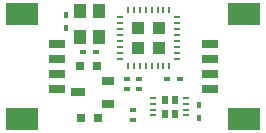
<source format=gtp>
G04 #@! TF.FileFunction,Paste,Top*
%FSLAX46Y46*%
G04 Gerber Fmt 4.6, Leading zero omitted, Abs format (unit mm)*
G04 Created by KiCad (PCBNEW 4.0.1-stable) date 2016 September 01, Thursday 02:04:04*
%MOMM*%
G01*
G04 APERTURE LIST*
%ADD10C,0.100000*%
%ADD11R,0.540000X0.360000*%
%ADD12R,1.080000X0.720000*%
%ADD13R,1.170000X0.720000*%
%ADD14R,0.720000X0.675000*%
%ADD15R,0.450000X0.540000*%
%ADD16R,0.540000X0.450000*%
%ADD17R,1.440000X0.720000*%
%ADD18R,2.700000X1.890000*%
%ADD19R,0.630000X0.225000*%
%ADD20R,0.225000X0.630000*%
%ADD21R,1.035000X1.035000*%
%ADD22R,0.498000X0.714000*%
%ADD23R,1.035000X1.260000*%
G04 APERTURE END LIST*
D10*
D11*
X49500000Y-54550000D03*
X49500000Y-53650000D03*
D12*
X47875000Y-55750000D03*
X47875000Y-53850000D03*
D13*
X45325000Y-54800000D03*
D14*
X45550000Y-57000000D03*
X47050000Y-57000000D03*
D15*
X55600000Y-55850000D03*
X55600000Y-56950000D03*
D14*
X46950000Y-52600000D03*
X45450000Y-52600000D03*
D16*
X53950000Y-53700000D03*
X52850000Y-53700000D03*
X46850000Y-51400000D03*
X45750000Y-51400000D03*
D15*
X44300000Y-48250000D03*
X44300000Y-49350000D03*
D17*
X56500000Y-50725000D03*
X56500000Y-51975000D03*
X56500000Y-53225000D03*
X56500000Y-54475000D03*
D18*
X59400000Y-57025000D03*
X59400000Y-48175000D03*
D17*
X43500000Y-54475000D03*
X43500000Y-53225000D03*
X43500000Y-51975000D03*
X43500000Y-50725000D03*
D18*
X40600000Y-48175000D03*
X40600000Y-57025000D03*
D11*
X50500000Y-54550000D03*
X50500000Y-53650000D03*
X50000000Y-57150000D03*
X50000000Y-56250000D03*
D19*
X48900000Y-48450000D03*
X48900000Y-48950000D03*
X48900000Y-49450000D03*
X48900000Y-49950000D03*
X48900000Y-50450000D03*
X48900000Y-50950000D03*
X48900000Y-51450000D03*
X48900000Y-51950000D03*
D20*
X49550000Y-52600000D03*
X50050000Y-52600000D03*
X50550000Y-52600000D03*
X51050000Y-52600000D03*
X51550000Y-52600000D03*
X52050000Y-52600000D03*
X52550000Y-52600000D03*
X53050000Y-52600000D03*
D19*
X53700000Y-51950000D03*
X53700000Y-51450000D03*
X53700000Y-50950000D03*
X53700000Y-50450000D03*
X53700000Y-49950000D03*
X53700000Y-49450000D03*
X53700000Y-48950000D03*
X53700000Y-48450000D03*
D20*
X53050000Y-47800000D03*
X52550000Y-47800000D03*
X52050000Y-47800000D03*
X51550000Y-47800000D03*
X51050000Y-47800000D03*
X50550000Y-47800000D03*
X50050000Y-47800000D03*
X49550000Y-47800000D03*
D21*
X52162500Y-51062500D03*
X52162500Y-49337500D03*
X50437500Y-51062500D03*
X50437500Y-49337500D03*
D19*
X54485000Y-56755000D03*
X54485000Y-56255000D03*
X54485000Y-55755000D03*
X54485000Y-55255000D03*
X51685000Y-55255000D03*
X51685000Y-55755000D03*
X51685000Y-56255000D03*
X51685000Y-56755000D03*
D22*
X52670000Y-55410000D03*
X52670000Y-56600000D03*
X53500000Y-55410000D03*
X53500000Y-56600000D03*
D23*
X45500000Y-50100000D03*
X45500000Y-47900000D03*
X47100000Y-47900000D03*
X47100000Y-50100000D03*
M02*

</source>
